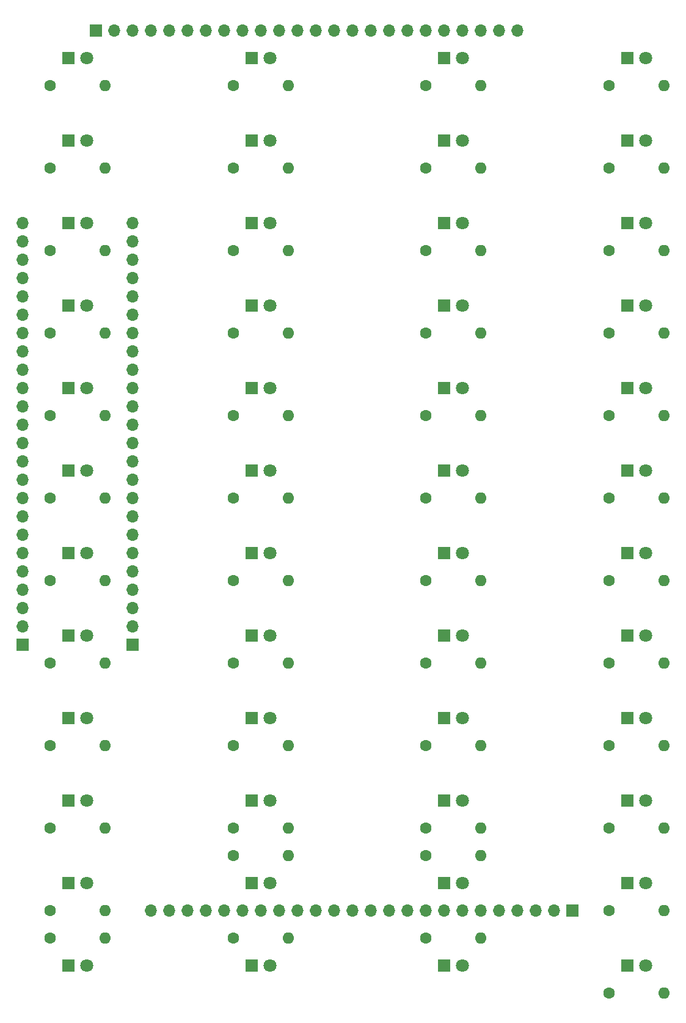
<source format=gbr>
G04 #@! TF.GenerationSoftware,KiCad,Pcbnew,(5.1.4)-1*
G04 #@! TF.CreationDate,2019-10-21T18:56:29-04:00*
G04 #@! TF.ProjectId,A-10C-CautionLED,412d3130-432d-4436-9175-74696f6e4c45,1*
G04 #@! TF.SameCoordinates,Original*
G04 #@! TF.FileFunction,Soldermask,Bot*
G04 #@! TF.FilePolarity,Negative*
%FSLAX46Y46*%
G04 Gerber Fmt 4.6, Leading zero omitted, Abs format (unit mm)*
G04 Created by KiCad (PCBNEW (5.1.4)-1) date 2019-10-21 18:56:29*
%MOMM*%
%LPD*%
G04 APERTURE LIST*
%ADD10C,1.800000*%
%ADD11R,1.800000X1.800000*%
%ADD12O,1.700000X1.700000*%
%ADD13R,1.700000X1.700000*%
%ADD14O,1.600000X1.600000*%
%ADD15C,1.600000*%
G04 APERTURE END LIST*
D10*
X60960000Y-36830000D03*
D11*
X58420000Y-36830000D03*
D10*
X60960000Y-48260000D03*
D11*
X58420000Y-48260000D03*
D10*
X60960000Y-59690000D03*
D11*
X58420000Y-59690000D03*
D10*
X60960000Y-71120000D03*
D11*
X58420000Y-71120000D03*
X58420000Y-82550000D03*
D10*
X60960000Y-82550000D03*
D11*
X58420000Y-93980000D03*
D10*
X60960000Y-93980000D03*
D11*
X58420000Y-105410000D03*
D10*
X60960000Y-105410000D03*
X60960000Y-116840000D03*
D11*
X58420000Y-116840000D03*
D10*
X60960000Y-128270000D03*
D11*
X58420000Y-128270000D03*
D10*
X60960000Y-139700000D03*
D11*
X58420000Y-139700000D03*
D10*
X60960000Y-151130000D03*
D11*
X58420000Y-151130000D03*
X58420000Y-162560000D03*
D10*
X60960000Y-162560000D03*
D11*
X83820000Y-36830000D03*
D10*
X86360000Y-36830000D03*
D11*
X83820000Y-48260000D03*
D10*
X86360000Y-48260000D03*
D11*
X83820000Y-59690000D03*
D10*
X86360000Y-59690000D03*
D11*
X83820000Y-71120000D03*
D10*
X86360000Y-71120000D03*
X86360000Y-82550000D03*
D11*
X83820000Y-82550000D03*
D10*
X86360000Y-93980000D03*
D11*
X83820000Y-93980000D03*
D10*
X86360000Y-105410000D03*
D11*
X83820000Y-105410000D03*
X83820000Y-116840000D03*
D10*
X86360000Y-116840000D03*
D11*
X83820000Y-128270000D03*
D10*
X86360000Y-128270000D03*
D11*
X83820000Y-139700000D03*
D10*
X86360000Y-139700000D03*
D11*
X83820000Y-151130000D03*
D10*
X86360000Y-151130000D03*
D11*
X83820000Y-162560000D03*
D10*
X86360000Y-162560000D03*
X113030000Y-36830000D03*
D11*
X110490000Y-36830000D03*
D10*
X113030000Y-48260000D03*
D11*
X110490000Y-48260000D03*
D10*
X113030000Y-59690000D03*
D11*
X110490000Y-59690000D03*
D10*
X113030000Y-71120000D03*
D11*
X110490000Y-71120000D03*
X110490000Y-82550000D03*
D10*
X113030000Y-82550000D03*
D11*
X110490000Y-93980000D03*
D10*
X113030000Y-93980000D03*
D11*
X110490000Y-105410000D03*
D10*
X113030000Y-105410000D03*
X113030000Y-116840000D03*
D11*
X110490000Y-116840000D03*
X110490000Y-128270000D03*
D10*
X113030000Y-128270000D03*
X113030000Y-139700000D03*
D11*
X110490000Y-139700000D03*
X110490000Y-151130000D03*
D10*
X113030000Y-151130000D03*
X113030000Y-162560000D03*
D11*
X110490000Y-162560000D03*
X135890000Y-36830000D03*
D10*
X138430000Y-36830000D03*
D11*
X135890000Y-48260000D03*
D10*
X138430000Y-48260000D03*
D11*
X135890000Y-59690000D03*
D10*
X138430000Y-59690000D03*
D11*
X135890000Y-71120000D03*
D10*
X138430000Y-71120000D03*
X138430000Y-82550000D03*
D11*
X135890000Y-82550000D03*
D10*
X138430000Y-93980000D03*
D11*
X135890000Y-93980000D03*
D10*
X138430000Y-105410000D03*
D11*
X135890000Y-105410000D03*
D10*
X138430000Y-116840000D03*
D11*
X135890000Y-116840000D03*
D10*
X138430000Y-128270000D03*
D11*
X135890000Y-128270000D03*
X135890000Y-139700000D03*
D10*
X138430000Y-139700000D03*
D11*
X135890000Y-151130000D03*
D10*
X138430000Y-151130000D03*
X138430000Y-162560000D03*
D11*
X135890000Y-162560000D03*
D12*
X52070000Y-59690000D03*
X52070000Y-62230000D03*
X52070000Y-64770000D03*
X52070000Y-67310000D03*
X52070000Y-69850000D03*
X52070000Y-72390000D03*
X52070000Y-74930000D03*
X52070000Y-77470000D03*
X52070000Y-80010000D03*
X52070000Y-82550000D03*
X52070000Y-85090000D03*
X52070000Y-87630000D03*
X52070000Y-90170000D03*
X52070000Y-92710000D03*
X52070000Y-95250000D03*
X52070000Y-97790000D03*
X52070000Y-100330000D03*
X52070000Y-102870000D03*
X52070000Y-105410000D03*
X52070000Y-107950000D03*
X52070000Y-110490000D03*
X52070000Y-113030000D03*
X52070000Y-115570000D03*
D13*
X52070000Y-118110000D03*
X67310000Y-118110000D03*
D12*
X67310000Y-115570000D03*
X67310000Y-113030000D03*
X67310000Y-110490000D03*
X67310000Y-107950000D03*
X67310000Y-105410000D03*
X67310000Y-102870000D03*
X67310000Y-100330000D03*
X67310000Y-97790000D03*
X67310000Y-95250000D03*
X67310000Y-92710000D03*
X67310000Y-90170000D03*
X67310000Y-87630000D03*
X67310000Y-85090000D03*
X67310000Y-82550000D03*
X67310000Y-80010000D03*
X67310000Y-77470000D03*
X67310000Y-74930000D03*
X67310000Y-72390000D03*
X67310000Y-69850000D03*
X67310000Y-67310000D03*
X67310000Y-64770000D03*
X67310000Y-62230000D03*
X67310000Y-59690000D03*
X120650000Y-33020000D03*
X118110000Y-33020000D03*
X115570000Y-33020000D03*
X113030000Y-33020000D03*
X110490000Y-33020000D03*
X107950000Y-33020000D03*
X105410000Y-33020000D03*
X102870000Y-33020000D03*
X100330000Y-33020000D03*
X97790000Y-33020000D03*
X95250000Y-33020000D03*
X92710000Y-33020000D03*
X90170000Y-33020000D03*
X87630000Y-33020000D03*
X85090000Y-33020000D03*
X82550000Y-33020000D03*
X80010000Y-33020000D03*
X77470000Y-33020000D03*
X74930000Y-33020000D03*
X72390000Y-33020000D03*
X69850000Y-33020000D03*
X67310000Y-33020000D03*
X64770000Y-33020000D03*
D13*
X62230000Y-33020000D03*
X128270000Y-154940000D03*
D12*
X125730000Y-154940000D03*
X123190000Y-154940000D03*
X120650000Y-154940000D03*
X118110000Y-154940000D03*
X115570000Y-154940000D03*
X113030000Y-154940000D03*
X110490000Y-154940000D03*
X107950000Y-154940000D03*
X105410000Y-154940000D03*
X102870000Y-154940000D03*
X100330000Y-154940000D03*
X97790000Y-154940000D03*
X95250000Y-154940000D03*
X92710000Y-154940000D03*
X90170000Y-154940000D03*
X87630000Y-154940000D03*
X85090000Y-154940000D03*
X82550000Y-154940000D03*
X80010000Y-154940000D03*
X77470000Y-154940000D03*
X74930000Y-154940000D03*
X72390000Y-154940000D03*
X69850000Y-154940000D03*
D14*
X63500000Y-40640000D03*
D15*
X55880000Y-40640000D03*
D14*
X63500000Y-52070000D03*
D15*
X55880000Y-52070000D03*
X55880000Y-63500000D03*
D14*
X63500000Y-63500000D03*
D15*
X55880000Y-74930000D03*
D14*
X63500000Y-74930000D03*
D15*
X55880000Y-86360000D03*
D14*
X63500000Y-86360000D03*
D15*
X55880000Y-97790000D03*
D14*
X63500000Y-97790000D03*
D15*
X55880000Y-109220000D03*
D14*
X63500000Y-109220000D03*
D15*
X55880000Y-120650000D03*
D14*
X63500000Y-120650000D03*
D15*
X55880000Y-132080000D03*
D14*
X63500000Y-132080000D03*
X63500000Y-143510000D03*
D15*
X55880000Y-143510000D03*
X55880000Y-154940000D03*
D14*
X63500000Y-154940000D03*
X63500000Y-158750000D03*
D15*
X55880000Y-158750000D03*
X81280000Y-40640000D03*
D14*
X88900000Y-40640000D03*
D15*
X81280000Y-52070000D03*
D14*
X88900000Y-52070000D03*
X88900000Y-63500000D03*
D15*
X81280000Y-63500000D03*
X81280000Y-74930000D03*
D14*
X88900000Y-74930000D03*
X88900000Y-86360000D03*
D15*
X81280000Y-86360000D03*
D14*
X88900000Y-97790000D03*
D15*
X81280000Y-97790000D03*
D14*
X88900000Y-109220000D03*
D15*
X81280000Y-109220000D03*
D14*
X88900000Y-120650000D03*
D15*
X81280000Y-120650000D03*
D14*
X88900000Y-132080000D03*
D15*
X81280000Y-132080000D03*
D14*
X88900000Y-143510000D03*
D15*
X81280000Y-143510000D03*
X81280000Y-147320000D03*
D14*
X88900000Y-147320000D03*
D15*
X81280000Y-158750000D03*
D14*
X88900000Y-158750000D03*
D15*
X107950000Y-40640000D03*
D14*
X115570000Y-40640000D03*
D15*
X107950000Y-52070000D03*
D14*
X115570000Y-52070000D03*
X115570000Y-63500000D03*
D15*
X107950000Y-63500000D03*
X107950000Y-74930000D03*
D14*
X115570000Y-74930000D03*
X115570000Y-86360000D03*
D15*
X107950000Y-86360000D03*
D14*
X115570000Y-97790000D03*
D15*
X107950000Y-97790000D03*
D14*
X115570000Y-109220000D03*
D15*
X107950000Y-109220000D03*
D14*
X115570000Y-120650000D03*
D15*
X107950000Y-120650000D03*
X107950000Y-132080000D03*
D14*
X115570000Y-132080000D03*
D15*
X107950000Y-143510000D03*
D14*
X115570000Y-143510000D03*
D15*
X107950000Y-147320000D03*
D14*
X115570000Y-147320000D03*
X115570000Y-158750000D03*
D15*
X107950000Y-158750000D03*
D14*
X140970000Y-40640000D03*
D15*
X133350000Y-40640000D03*
D14*
X140970000Y-52070000D03*
D15*
X133350000Y-52070000D03*
D14*
X140970000Y-63500000D03*
D15*
X133350000Y-63500000D03*
D14*
X140970000Y-74930000D03*
D15*
X133350000Y-74930000D03*
X133350000Y-86360000D03*
D14*
X140970000Y-86360000D03*
D15*
X133350000Y-97790000D03*
D14*
X140970000Y-97790000D03*
D15*
X133350000Y-109220000D03*
D14*
X140970000Y-109220000D03*
D15*
X133350000Y-120650000D03*
D14*
X140970000Y-120650000D03*
X140970000Y-132080000D03*
D15*
X133350000Y-132080000D03*
D14*
X140970000Y-143510000D03*
D15*
X133350000Y-143510000D03*
D14*
X140970000Y-154940000D03*
D15*
X133350000Y-154940000D03*
X133350000Y-166370000D03*
D14*
X140970000Y-166370000D03*
M02*

</source>
